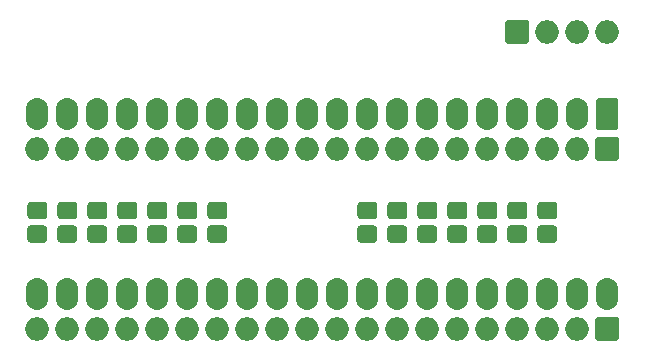
<source format=gbr>
G04 #@! TF.GenerationSoftware,KiCad,Pcbnew,(5.1.12)-1*
G04 #@! TF.CreationDate,2022-03-08T21:56:06+00:00*
G04 #@! TF.ProjectId,RGBtoHDMI CDTV v2 - Mouse and Joystick Adapter,52474274-6f48-4444-9d49-204344545620,v2*
G04 #@! TF.SameCoordinates,Original*
G04 #@! TF.FileFunction,Soldermask,Bot*
G04 #@! TF.FilePolarity,Negative*
%FSLAX46Y46*%
G04 Gerber Fmt 4.6, Leading zero omitted, Abs format (unit mm)*
G04 Created by KiCad (PCBNEW (5.1.12)-1) date 2022-03-08 21:56:06*
%MOMM*%
%LPD*%
G01*
G04 APERTURE LIST*
%ADD10O,1.900000X2.700000*%
%ADD11O,2.000000X2.000000*%
G04 APERTURE END LIST*
D10*
X144145000Y-139319000D03*
X95885000Y-124079000D03*
X141605000Y-139319000D03*
X98425000Y-124079000D03*
X139065000Y-139319000D03*
X100965000Y-124079000D03*
X136525000Y-139319000D03*
X103505000Y-124079000D03*
X133985000Y-139319000D03*
X106045000Y-124079000D03*
X131445000Y-139319000D03*
X108585000Y-124079000D03*
X128905000Y-139319000D03*
X111125000Y-124079000D03*
X126365000Y-139319000D03*
X113665000Y-124079000D03*
X123825000Y-139319000D03*
X116205000Y-124079000D03*
X121285000Y-139319000D03*
X118745000Y-124079000D03*
X118745000Y-139319000D03*
X121285000Y-124079000D03*
X116205000Y-139319000D03*
X123825000Y-124079000D03*
X113665000Y-139319000D03*
X126365000Y-124079000D03*
X111125000Y-139319000D03*
X128905000Y-124079000D03*
X108585000Y-139319000D03*
X131445000Y-124079000D03*
X106045000Y-139319000D03*
X133985000Y-124079000D03*
X103505000Y-139319000D03*
X136525000Y-124079000D03*
X100965000Y-139319000D03*
X139065000Y-124079000D03*
X98425000Y-139319000D03*
X141605000Y-124079000D03*
X95885000Y-139319000D03*
G36*
G01*
X143345000Y-122729000D02*
X144945000Y-122729000D01*
G75*
G02*
X145095000Y-122879000I0J-150000D01*
G01*
X145095000Y-125279000D01*
G75*
G02*
X144945000Y-125429000I-150000J0D01*
G01*
X143345000Y-125429000D01*
G75*
G02*
X143195000Y-125279000I0J150000D01*
G01*
X143195000Y-122879000D01*
G75*
G02*
X143345000Y-122729000I150000J0D01*
G01*
G37*
D11*
X95885000Y-142240000D03*
X98425000Y-142240000D03*
X100965000Y-142240000D03*
X103505000Y-142240000D03*
X106045000Y-142240000D03*
X108585000Y-142240000D03*
X111125000Y-142240000D03*
X113665000Y-142240000D03*
X116205000Y-142240000D03*
X118745000Y-142240000D03*
X121285000Y-142240000D03*
X123825000Y-142240000D03*
X126365000Y-142240000D03*
X128905000Y-142240000D03*
X131445000Y-142240000D03*
X133985000Y-142240000D03*
X136525000Y-142240000D03*
X139065000Y-142240000D03*
X141605000Y-142240000D03*
G36*
G01*
X144995000Y-143240000D02*
X143295000Y-143240000D01*
G75*
G02*
X143145000Y-143090000I0J150000D01*
G01*
X143145000Y-141390000D01*
G75*
G02*
X143295000Y-141240000I150000J0D01*
G01*
X144995000Y-141240000D01*
G75*
G02*
X145145000Y-141390000I0J-150000D01*
G01*
X145145000Y-143090000D01*
G75*
G02*
X144995000Y-143240000I-150000J0D01*
G01*
G37*
X95885000Y-127000000D03*
X98425000Y-127000000D03*
X100965000Y-127000000D03*
X103505000Y-127000000D03*
X106045000Y-127000000D03*
X108585000Y-127000000D03*
X111125000Y-127000000D03*
X113665000Y-127000000D03*
X116205000Y-127000000D03*
X118745000Y-127000000D03*
X121285000Y-127000000D03*
X123825000Y-127000000D03*
X126365000Y-127000000D03*
X128905000Y-127000000D03*
X131445000Y-127000000D03*
X133985000Y-127000000D03*
X136525000Y-127000000D03*
X139065000Y-127000000D03*
X141605000Y-127000000D03*
G36*
G01*
X144995000Y-128000000D02*
X143295000Y-128000000D01*
G75*
G02*
X143145000Y-127850000I0J150000D01*
G01*
X143145000Y-126150000D01*
G75*
G02*
X143295000Y-126000000I150000J0D01*
G01*
X144995000Y-126000000D01*
G75*
G02*
X145145000Y-126150000I0J-150000D01*
G01*
X145145000Y-127850000D01*
G75*
G02*
X144995000Y-128000000I-150000J0D01*
G01*
G37*
X144145000Y-117094000D03*
X141605000Y-117094000D03*
X139065000Y-117094000D03*
G36*
G01*
X137375000Y-118094000D02*
X135675000Y-118094000D01*
G75*
G02*
X135525000Y-117944000I0J150000D01*
G01*
X135525000Y-116244000D01*
G75*
G02*
X135675000Y-116094000I150000J0D01*
G01*
X137375000Y-116094000D01*
G75*
G02*
X137525000Y-116244000I0J-150000D01*
G01*
X137525000Y-117944000D01*
G75*
G02*
X137375000Y-118094000I-150000J0D01*
G01*
G37*
G36*
G01*
X137062502Y-132973000D02*
X135987498Y-132973000D01*
G75*
G02*
X135675000Y-132660502I0J312498D01*
G01*
X135675000Y-131785498D01*
G75*
G02*
X135987498Y-131473000I312498J0D01*
G01*
X137062502Y-131473000D01*
G75*
G02*
X137375000Y-131785498I0J-312498D01*
G01*
X137375000Y-132660502D01*
G75*
G02*
X137062502Y-132973000I-312498J0D01*
G01*
G37*
G36*
G01*
X137062502Y-134973000D02*
X135987498Y-134973000D01*
G75*
G02*
X135675000Y-134660502I0J312498D01*
G01*
X135675000Y-133785498D01*
G75*
G02*
X135987498Y-133473000I312498J0D01*
G01*
X137062502Y-133473000D01*
G75*
G02*
X137375000Y-133785498I0J-312498D01*
G01*
X137375000Y-134660502D01*
G75*
G02*
X137062502Y-134973000I-312498J0D01*
G01*
G37*
G36*
G01*
X131982502Y-132973000D02*
X130907498Y-132973000D01*
G75*
G02*
X130595000Y-132660502I0J312498D01*
G01*
X130595000Y-131785498D01*
G75*
G02*
X130907498Y-131473000I312498J0D01*
G01*
X131982502Y-131473000D01*
G75*
G02*
X132295000Y-131785498I0J-312498D01*
G01*
X132295000Y-132660502D01*
G75*
G02*
X131982502Y-132973000I-312498J0D01*
G01*
G37*
G36*
G01*
X131982502Y-134973000D02*
X130907498Y-134973000D01*
G75*
G02*
X130595000Y-134660502I0J312498D01*
G01*
X130595000Y-133785498D01*
G75*
G02*
X130907498Y-133473000I312498J0D01*
G01*
X131982502Y-133473000D01*
G75*
G02*
X132295000Y-133785498I0J-312498D01*
G01*
X132295000Y-134660502D01*
G75*
G02*
X131982502Y-134973000I-312498J0D01*
G01*
G37*
G36*
G01*
X126902502Y-132973000D02*
X125827498Y-132973000D01*
G75*
G02*
X125515000Y-132660502I0J312498D01*
G01*
X125515000Y-131785498D01*
G75*
G02*
X125827498Y-131473000I312498J0D01*
G01*
X126902502Y-131473000D01*
G75*
G02*
X127215000Y-131785498I0J-312498D01*
G01*
X127215000Y-132660502D01*
G75*
G02*
X126902502Y-132973000I-312498J0D01*
G01*
G37*
G36*
G01*
X126902502Y-134973000D02*
X125827498Y-134973000D01*
G75*
G02*
X125515000Y-134660502I0J312498D01*
G01*
X125515000Y-133785498D01*
G75*
G02*
X125827498Y-133473000I312498J0D01*
G01*
X126902502Y-133473000D01*
G75*
G02*
X127215000Y-133785498I0J-312498D01*
G01*
X127215000Y-134660502D01*
G75*
G02*
X126902502Y-134973000I-312498J0D01*
G01*
G37*
G36*
G01*
X109122502Y-132973000D02*
X108047498Y-132973000D01*
G75*
G02*
X107735000Y-132660502I0J312498D01*
G01*
X107735000Y-131785498D01*
G75*
G02*
X108047498Y-131473000I312498J0D01*
G01*
X109122502Y-131473000D01*
G75*
G02*
X109435000Y-131785498I0J-312498D01*
G01*
X109435000Y-132660502D01*
G75*
G02*
X109122502Y-132973000I-312498J0D01*
G01*
G37*
G36*
G01*
X109122502Y-134973000D02*
X108047498Y-134973000D01*
G75*
G02*
X107735000Y-134660502I0J312498D01*
G01*
X107735000Y-133785498D01*
G75*
G02*
X108047498Y-133473000I312498J0D01*
G01*
X109122502Y-133473000D01*
G75*
G02*
X109435000Y-133785498I0J-312498D01*
G01*
X109435000Y-134660502D01*
G75*
G02*
X109122502Y-134973000I-312498J0D01*
G01*
G37*
G36*
G01*
X104042502Y-132973000D02*
X102967498Y-132973000D01*
G75*
G02*
X102655000Y-132660502I0J312498D01*
G01*
X102655000Y-131785498D01*
G75*
G02*
X102967498Y-131473000I312498J0D01*
G01*
X104042502Y-131473000D01*
G75*
G02*
X104355000Y-131785498I0J-312498D01*
G01*
X104355000Y-132660502D01*
G75*
G02*
X104042502Y-132973000I-312498J0D01*
G01*
G37*
G36*
G01*
X104042502Y-134973000D02*
X102967498Y-134973000D01*
G75*
G02*
X102655000Y-134660502I0J312498D01*
G01*
X102655000Y-133785498D01*
G75*
G02*
X102967498Y-133473000I312498J0D01*
G01*
X104042502Y-133473000D01*
G75*
G02*
X104355000Y-133785498I0J-312498D01*
G01*
X104355000Y-134660502D01*
G75*
G02*
X104042502Y-134973000I-312498J0D01*
G01*
G37*
G36*
G01*
X98962502Y-132973000D02*
X97887498Y-132973000D01*
G75*
G02*
X97575000Y-132660502I0J312498D01*
G01*
X97575000Y-131785498D01*
G75*
G02*
X97887498Y-131473000I312498J0D01*
G01*
X98962502Y-131473000D01*
G75*
G02*
X99275000Y-131785498I0J-312498D01*
G01*
X99275000Y-132660502D01*
G75*
G02*
X98962502Y-132973000I-312498J0D01*
G01*
G37*
G36*
G01*
X98962502Y-134973000D02*
X97887498Y-134973000D01*
G75*
G02*
X97575000Y-134660502I0J312498D01*
G01*
X97575000Y-133785498D01*
G75*
G02*
X97887498Y-133473000I312498J0D01*
G01*
X98962502Y-133473000D01*
G75*
G02*
X99275000Y-133785498I0J-312498D01*
G01*
X99275000Y-134660502D01*
G75*
G02*
X98962502Y-134973000I-312498J0D01*
G01*
G37*
G36*
G01*
X139602502Y-132973000D02*
X138527498Y-132973000D01*
G75*
G02*
X138215000Y-132660502I0J312498D01*
G01*
X138215000Y-131785498D01*
G75*
G02*
X138527498Y-131473000I312498J0D01*
G01*
X139602502Y-131473000D01*
G75*
G02*
X139915000Y-131785498I0J-312498D01*
G01*
X139915000Y-132660502D01*
G75*
G02*
X139602502Y-132973000I-312498J0D01*
G01*
G37*
G36*
G01*
X139602502Y-134973000D02*
X138527498Y-134973000D01*
G75*
G02*
X138215000Y-134660502I0J312498D01*
G01*
X138215000Y-133785498D01*
G75*
G02*
X138527498Y-133473000I312498J0D01*
G01*
X139602502Y-133473000D01*
G75*
G02*
X139915000Y-133785498I0J-312498D01*
G01*
X139915000Y-134660502D01*
G75*
G02*
X139602502Y-134973000I-312498J0D01*
G01*
G37*
G36*
G01*
X134522502Y-132973000D02*
X133447498Y-132973000D01*
G75*
G02*
X133135000Y-132660502I0J312498D01*
G01*
X133135000Y-131785498D01*
G75*
G02*
X133447498Y-131473000I312498J0D01*
G01*
X134522502Y-131473000D01*
G75*
G02*
X134835000Y-131785498I0J-312498D01*
G01*
X134835000Y-132660502D01*
G75*
G02*
X134522502Y-132973000I-312498J0D01*
G01*
G37*
G36*
G01*
X134522502Y-134973000D02*
X133447498Y-134973000D01*
G75*
G02*
X133135000Y-134660502I0J312498D01*
G01*
X133135000Y-133785498D01*
G75*
G02*
X133447498Y-133473000I312498J0D01*
G01*
X134522502Y-133473000D01*
G75*
G02*
X134835000Y-133785498I0J-312498D01*
G01*
X134835000Y-134660502D01*
G75*
G02*
X134522502Y-134973000I-312498J0D01*
G01*
G37*
G36*
G01*
X129442502Y-132973000D02*
X128367498Y-132973000D01*
G75*
G02*
X128055000Y-132660502I0J312498D01*
G01*
X128055000Y-131785498D01*
G75*
G02*
X128367498Y-131473000I312498J0D01*
G01*
X129442502Y-131473000D01*
G75*
G02*
X129755000Y-131785498I0J-312498D01*
G01*
X129755000Y-132660502D01*
G75*
G02*
X129442502Y-132973000I-312498J0D01*
G01*
G37*
G36*
G01*
X129442502Y-134973000D02*
X128367498Y-134973000D01*
G75*
G02*
X128055000Y-134660502I0J312498D01*
G01*
X128055000Y-133785498D01*
G75*
G02*
X128367498Y-133473000I312498J0D01*
G01*
X129442502Y-133473000D01*
G75*
G02*
X129755000Y-133785498I0J-312498D01*
G01*
X129755000Y-134660502D01*
G75*
G02*
X129442502Y-134973000I-312498J0D01*
G01*
G37*
G36*
G01*
X124362502Y-132973000D02*
X123287498Y-132973000D01*
G75*
G02*
X122975000Y-132660502I0J312498D01*
G01*
X122975000Y-131785498D01*
G75*
G02*
X123287498Y-131473000I312498J0D01*
G01*
X124362502Y-131473000D01*
G75*
G02*
X124675000Y-131785498I0J-312498D01*
G01*
X124675000Y-132660502D01*
G75*
G02*
X124362502Y-132973000I-312498J0D01*
G01*
G37*
G36*
G01*
X124362502Y-134973000D02*
X123287498Y-134973000D01*
G75*
G02*
X122975000Y-134660502I0J312498D01*
G01*
X122975000Y-133785498D01*
G75*
G02*
X123287498Y-133473000I312498J0D01*
G01*
X124362502Y-133473000D01*
G75*
G02*
X124675000Y-133785498I0J-312498D01*
G01*
X124675000Y-134660502D01*
G75*
G02*
X124362502Y-134973000I-312498J0D01*
G01*
G37*
G36*
G01*
X111662502Y-132973000D02*
X110587498Y-132973000D01*
G75*
G02*
X110275000Y-132660502I0J312498D01*
G01*
X110275000Y-131785498D01*
G75*
G02*
X110587498Y-131473000I312498J0D01*
G01*
X111662502Y-131473000D01*
G75*
G02*
X111975000Y-131785498I0J-312498D01*
G01*
X111975000Y-132660502D01*
G75*
G02*
X111662502Y-132973000I-312498J0D01*
G01*
G37*
G36*
G01*
X111662502Y-134973000D02*
X110587498Y-134973000D01*
G75*
G02*
X110275000Y-134660502I0J312498D01*
G01*
X110275000Y-133785498D01*
G75*
G02*
X110587498Y-133473000I312498J0D01*
G01*
X111662502Y-133473000D01*
G75*
G02*
X111975000Y-133785498I0J-312498D01*
G01*
X111975000Y-134660502D01*
G75*
G02*
X111662502Y-134973000I-312498J0D01*
G01*
G37*
G36*
G01*
X106582502Y-132973000D02*
X105507498Y-132973000D01*
G75*
G02*
X105195000Y-132660502I0J312498D01*
G01*
X105195000Y-131785498D01*
G75*
G02*
X105507498Y-131473000I312498J0D01*
G01*
X106582502Y-131473000D01*
G75*
G02*
X106895000Y-131785498I0J-312498D01*
G01*
X106895000Y-132660502D01*
G75*
G02*
X106582502Y-132973000I-312498J0D01*
G01*
G37*
G36*
G01*
X106582502Y-134973000D02*
X105507498Y-134973000D01*
G75*
G02*
X105195000Y-134660502I0J312498D01*
G01*
X105195000Y-133785498D01*
G75*
G02*
X105507498Y-133473000I312498J0D01*
G01*
X106582502Y-133473000D01*
G75*
G02*
X106895000Y-133785498I0J-312498D01*
G01*
X106895000Y-134660502D01*
G75*
G02*
X106582502Y-134973000I-312498J0D01*
G01*
G37*
G36*
G01*
X101502502Y-132973000D02*
X100427498Y-132973000D01*
G75*
G02*
X100115000Y-132660502I0J312498D01*
G01*
X100115000Y-131785498D01*
G75*
G02*
X100427498Y-131473000I312498J0D01*
G01*
X101502502Y-131473000D01*
G75*
G02*
X101815000Y-131785498I0J-312498D01*
G01*
X101815000Y-132660502D01*
G75*
G02*
X101502502Y-132973000I-312498J0D01*
G01*
G37*
G36*
G01*
X101502502Y-134973000D02*
X100427498Y-134973000D01*
G75*
G02*
X100115000Y-134660502I0J312498D01*
G01*
X100115000Y-133785498D01*
G75*
G02*
X100427498Y-133473000I312498J0D01*
G01*
X101502502Y-133473000D01*
G75*
G02*
X101815000Y-133785498I0J-312498D01*
G01*
X101815000Y-134660502D01*
G75*
G02*
X101502502Y-134973000I-312498J0D01*
G01*
G37*
G36*
G01*
X96422502Y-132973000D02*
X95347498Y-132973000D01*
G75*
G02*
X95035000Y-132660502I0J312498D01*
G01*
X95035000Y-131785498D01*
G75*
G02*
X95347498Y-131473000I312498J0D01*
G01*
X96422502Y-131473000D01*
G75*
G02*
X96735000Y-131785498I0J-312498D01*
G01*
X96735000Y-132660502D01*
G75*
G02*
X96422502Y-132973000I-312498J0D01*
G01*
G37*
G36*
G01*
X96422502Y-134973000D02*
X95347498Y-134973000D01*
G75*
G02*
X95035000Y-134660502I0J312498D01*
G01*
X95035000Y-133785498D01*
G75*
G02*
X95347498Y-133473000I312498J0D01*
G01*
X96422502Y-133473000D01*
G75*
G02*
X96735000Y-133785498I0J-312498D01*
G01*
X96735000Y-134660502D01*
G75*
G02*
X96422502Y-134973000I-312498J0D01*
G01*
G37*
M02*

</source>
